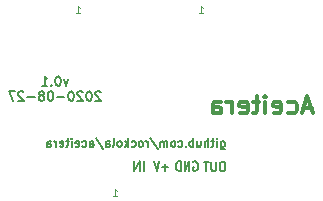
<source format=gbr>
%TF.GenerationSoftware,KiCad,Pcbnew,6.0.0+dfsg1-2*%
%TF.CreationDate,2022-01-11T20:59:38+02:00*%
%TF.ProjectId,aceitera,61636569-7465-4726-912e-6b696361645f,rev?*%
%TF.SameCoordinates,Original*%
%TF.FileFunction,Legend,Bot*%
%TF.FilePolarity,Positive*%
%FSLAX46Y46*%
G04 Gerber Fmt 4.6, Leading zero omitted, Abs format (unit mm)*
G04 Created by KiCad (PCBNEW 6.0.0+dfsg1-2) date 2022-01-11 20:59:38*
%MOMM*%
%LPD*%
G01*
G04 APERTURE LIST*
%ADD10C,0.150000*%
%ADD11C,0.127000*%
%ADD12C,0.300000*%
%ADD13C,0.100000*%
%ADD14R,1.350000X1.350000*%
%ADD15O,1.350000X1.350000*%
%ADD16R,1.600000X1.600000*%
%ADD17C,1.600000*%
%ADD18R,1.800000X1.800000*%
%ADD19C,1.800000*%
G04 APERTURE END LIST*
D10*
X107822857Y-81226571D02*
X107632380Y-81759904D01*
X107441904Y-81226571D01*
X106984761Y-80959904D02*
X106908571Y-80959904D01*
X106832380Y-80998000D01*
X106794285Y-81036095D01*
X106756190Y-81112285D01*
X106718095Y-81264666D01*
X106718095Y-81455142D01*
X106756190Y-81607523D01*
X106794285Y-81683714D01*
X106832380Y-81721809D01*
X106908571Y-81759904D01*
X106984761Y-81759904D01*
X107060952Y-81721809D01*
X107099047Y-81683714D01*
X107137142Y-81607523D01*
X107175238Y-81455142D01*
X107175238Y-81264666D01*
X107137142Y-81112285D01*
X107099047Y-81036095D01*
X107060952Y-80998000D01*
X106984761Y-80959904D01*
X106375238Y-81683714D02*
X106337142Y-81721809D01*
X106375238Y-81759904D01*
X106413333Y-81721809D01*
X106375238Y-81683714D01*
X106375238Y-81759904D01*
X105575238Y-81759904D02*
X106032380Y-81759904D01*
X105803809Y-81759904D02*
X105803809Y-80959904D01*
X105880000Y-81074190D01*
X105956190Y-81150380D01*
X106032380Y-81188476D01*
X110565714Y-82324095D02*
X110527619Y-82286000D01*
X110451428Y-82247904D01*
X110260952Y-82247904D01*
X110184761Y-82286000D01*
X110146666Y-82324095D01*
X110108571Y-82400285D01*
X110108571Y-82476476D01*
X110146666Y-82590761D01*
X110603809Y-83047904D01*
X110108571Y-83047904D01*
X109613333Y-82247904D02*
X109537142Y-82247904D01*
X109460952Y-82286000D01*
X109422857Y-82324095D01*
X109384761Y-82400285D01*
X109346666Y-82552666D01*
X109346666Y-82743142D01*
X109384761Y-82895523D01*
X109422857Y-82971714D01*
X109460952Y-83009809D01*
X109537142Y-83047904D01*
X109613333Y-83047904D01*
X109689523Y-83009809D01*
X109727619Y-82971714D01*
X109765714Y-82895523D01*
X109803809Y-82743142D01*
X109803809Y-82552666D01*
X109765714Y-82400285D01*
X109727619Y-82324095D01*
X109689523Y-82286000D01*
X109613333Y-82247904D01*
X109041904Y-82324095D02*
X109003809Y-82286000D01*
X108927619Y-82247904D01*
X108737142Y-82247904D01*
X108660952Y-82286000D01*
X108622857Y-82324095D01*
X108584761Y-82400285D01*
X108584761Y-82476476D01*
X108622857Y-82590761D01*
X109080000Y-83047904D01*
X108584761Y-83047904D01*
X108089523Y-82247904D02*
X108013333Y-82247904D01*
X107937142Y-82286000D01*
X107899047Y-82324095D01*
X107860952Y-82400285D01*
X107822857Y-82552666D01*
X107822857Y-82743142D01*
X107860952Y-82895523D01*
X107899047Y-82971714D01*
X107937142Y-83009809D01*
X108013333Y-83047904D01*
X108089523Y-83047904D01*
X108165714Y-83009809D01*
X108203809Y-82971714D01*
X108241904Y-82895523D01*
X108280000Y-82743142D01*
X108280000Y-82552666D01*
X108241904Y-82400285D01*
X108203809Y-82324095D01*
X108165714Y-82286000D01*
X108089523Y-82247904D01*
X107480000Y-82743142D02*
X106870476Y-82743142D01*
X106337142Y-82247904D02*
X106260952Y-82247904D01*
X106184761Y-82286000D01*
X106146666Y-82324095D01*
X106108571Y-82400285D01*
X106070476Y-82552666D01*
X106070476Y-82743142D01*
X106108571Y-82895523D01*
X106146666Y-82971714D01*
X106184761Y-83009809D01*
X106260952Y-83047904D01*
X106337142Y-83047904D01*
X106413333Y-83009809D01*
X106451428Y-82971714D01*
X106489523Y-82895523D01*
X106527619Y-82743142D01*
X106527619Y-82552666D01*
X106489523Y-82400285D01*
X106451428Y-82324095D01*
X106413333Y-82286000D01*
X106337142Y-82247904D01*
X105613333Y-82590761D02*
X105689523Y-82552666D01*
X105727619Y-82514571D01*
X105765714Y-82438380D01*
X105765714Y-82400285D01*
X105727619Y-82324095D01*
X105689523Y-82286000D01*
X105613333Y-82247904D01*
X105460952Y-82247904D01*
X105384761Y-82286000D01*
X105346666Y-82324095D01*
X105308571Y-82400285D01*
X105308571Y-82438380D01*
X105346666Y-82514571D01*
X105384761Y-82552666D01*
X105460952Y-82590761D01*
X105613333Y-82590761D01*
X105689523Y-82628857D01*
X105727619Y-82666952D01*
X105765714Y-82743142D01*
X105765714Y-82895523D01*
X105727619Y-82971714D01*
X105689523Y-83009809D01*
X105613333Y-83047904D01*
X105460952Y-83047904D01*
X105384761Y-83009809D01*
X105346666Y-82971714D01*
X105308571Y-82895523D01*
X105308571Y-82743142D01*
X105346666Y-82666952D01*
X105384761Y-82628857D01*
X105460952Y-82590761D01*
X104965714Y-82743142D02*
X104356190Y-82743142D01*
X104013333Y-82324095D02*
X103975238Y-82286000D01*
X103899047Y-82247904D01*
X103708571Y-82247904D01*
X103632380Y-82286000D01*
X103594285Y-82324095D01*
X103556190Y-82400285D01*
X103556190Y-82476476D01*
X103594285Y-82590761D01*
X104051428Y-83047904D01*
X103556190Y-83047904D01*
X103289523Y-82247904D02*
X102756190Y-82247904D01*
X103099047Y-83047904D01*
D11*
X120738000Y-86464000D02*
X120738000Y-87030666D01*
X120771333Y-87097333D01*
X120804666Y-87130666D01*
X120871333Y-87164000D01*
X120971333Y-87164000D01*
X121038000Y-87130666D01*
X120738000Y-86897333D02*
X120804666Y-86930666D01*
X120938000Y-86930666D01*
X121004666Y-86897333D01*
X121038000Y-86864000D01*
X121071333Y-86797333D01*
X121071333Y-86597333D01*
X121038000Y-86530666D01*
X121004666Y-86497333D01*
X120938000Y-86464000D01*
X120804666Y-86464000D01*
X120738000Y-86497333D01*
X120404666Y-86930666D02*
X120404666Y-86464000D01*
X120404666Y-86230666D02*
X120438000Y-86264000D01*
X120404666Y-86297333D01*
X120371333Y-86264000D01*
X120404666Y-86230666D01*
X120404666Y-86297333D01*
X120171333Y-86464000D02*
X119904666Y-86464000D01*
X120071333Y-86230666D02*
X120071333Y-86830666D01*
X120038000Y-86897333D01*
X119971333Y-86930666D01*
X119904666Y-86930666D01*
X119671333Y-86930666D02*
X119671333Y-86230666D01*
X119371333Y-86930666D02*
X119371333Y-86564000D01*
X119404666Y-86497333D01*
X119471333Y-86464000D01*
X119571333Y-86464000D01*
X119638000Y-86497333D01*
X119671333Y-86530666D01*
X118738000Y-86464000D02*
X118738000Y-86930666D01*
X119038000Y-86464000D02*
X119038000Y-86830666D01*
X119004666Y-86897333D01*
X118938000Y-86930666D01*
X118838000Y-86930666D01*
X118771333Y-86897333D01*
X118738000Y-86864000D01*
X118404666Y-86930666D02*
X118404666Y-86230666D01*
X118404666Y-86497333D02*
X118338000Y-86464000D01*
X118204666Y-86464000D01*
X118138000Y-86497333D01*
X118104666Y-86530666D01*
X118071333Y-86597333D01*
X118071333Y-86797333D01*
X118104666Y-86864000D01*
X118138000Y-86897333D01*
X118204666Y-86930666D01*
X118338000Y-86930666D01*
X118404666Y-86897333D01*
X117771333Y-86864000D02*
X117738000Y-86897333D01*
X117771333Y-86930666D01*
X117804666Y-86897333D01*
X117771333Y-86864000D01*
X117771333Y-86930666D01*
X117138000Y-86897333D02*
X117204666Y-86930666D01*
X117338000Y-86930666D01*
X117404666Y-86897333D01*
X117438000Y-86864000D01*
X117471333Y-86797333D01*
X117471333Y-86597333D01*
X117438000Y-86530666D01*
X117404666Y-86497333D01*
X117338000Y-86464000D01*
X117204666Y-86464000D01*
X117138000Y-86497333D01*
X116738000Y-86930666D02*
X116804666Y-86897333D01*
X116838000Y-86864000D01*
X116871333Y-86797333D01*
X116871333Y-86597333D01*
X116838000Y-86530666D01*
X116804666Y-86497333D01*
X116738000Y-86464000D01*
X116638000Y-86464000D01*
X116571333Y-86497333D01*
X116538000Y-86530666D01*
X116504666Y-86597333D01*
X116504666Y-86797333D01*
X116538000Y-86864000D01*
X116571333Y-86897333D01*
X116638000Y-86930666D01*
X116738000Y-86930666D01*
X116204666Y-86930666D02*
X116204666Y-86464000D01*
X116204666Y-86530666D02*
X116171333Y-86497333D01*
X116104666Y-86464000D01*
X116004666Y-86464000D01*
X115938000Y-86497333D01*
X115904666Y-86564000D01*
X115904666Y-86930666D01*
X115904666Y-86564000D02*
X115871333Y-86497333D01*
X115804666Y-86464000D01*
X115704666Y-86464000D01*
X115638000Y-86497333D01*
X115604666Y-86564000D01*
X115604666Y-86930666D01*
X114771333Y-86197333D02*
X115371333Y-87097333D01*
X114538000Y-86930666D02*
X114538000Y-86464000D01*
X114538000Y-86597333D02*
X114504666Y-86530666D01*
X114471333Y-86497333D01*
X114404666Y-86464000D01*
X114338000Y-86464000D01*
X114004666Y-86930666D02*
X114071333Y-86897333D01*
X114104666Y-86864000D01*
X114137999Y-86797333D01*
X114137999Y-86597333D01*
X114104666Y-86530666D01*
X114071333Y-86497333D01*
X114004666Y-86464000D01*
X113904666Y-86464000D01*
X113837999Y-86497333D01*
X113804666Y-86530666D01*
X113771333Y-86597333D01*
X113771333Y-86797333D01*
X113804666Y-86864000D01*
X113837999Y-86897333D01*
X113904666Y-86930666D01*
X114004666Y-86930666D01*
X113171333Y-86897333D02*
X113237999Y-86930666D01*
X113371333Y-86930666D01*
X113437999Y-86897333D01*
X113471333Y-86864000D01*
X113504666Y-86797333D01*
X113504666Y-86597333D01*
X113471333Y-86530666D01*
X113437999Y-86497333D01*
X113371333Y-86464000D01*
X113237999Y-86464000D01*
X113171333Y-86497333D01*
X112871333Y-86930666D02*
X112871333Y-86230666D01*
X112804666Y-86664000D02*
X112604666Y-86930666D01*
X112604666Y-86464000D02*
X112871333Y-86730666D01*
X112204666Y-86930666D02*
X112271333Y-86897333D01*
X112304666Y-86864000D01*
X112337999Y-86797333D01*
X112337999Y-86597333D01*
X112304666Y-86530666D01*
X112271333Y-86497333D01*
X112204666Y-86464000D01*
X112104666Y-86464000D01*
X112037999Y-86497333D01*
X112004666Y-86530666D01*
X111971333Y-86597333D01*
X111971333Y-86797333D01*
X112004666Y-86864000D01*
X112037999Y-86897333D01*
X112104666Y-86930666D01*
X112204666Y-86930666D01*
X111571333Y-86930666D02*
X111637999Y-86897333D01*
X111671333Y-86830666D01*
X111671333Y-86230666D01*
X111004666Y-86930666D02*
X111004666Y-86564000D01*
X111037999Y-86497333D01*
X111104666Y-86464000D01*
X111237999Y-86464000D01*
X111304666Y-86497333D01*
X111004666Y-86897333D02*
X111071333Y-86930666D01*
X111237999Y-86930666D01*
X111304666Y-86897333D01*
X111337999Y-86830666D01*
X111337999Y-86764000D01*
X111304666Y-86697333D01*
X111237999Y-86664000D01*
X111071333Y-86664000D01*
X111004666Y-86630666D01*
X110171333Y-86197333D02*
X110771333Y-87097333D01*
X109637999Y-86930666D02*
X109637999Y-86564000D01*
X109671333Y-86497333D01*
X109737999Y-86464000D01*
X109871333Y-86464000D01*
X109937999Y-86497333D01*
X109637999Y-86897333D02*
X109704666Y-86930666D01*
X109871333Y-86930666D01*
X109937999Y-86897333D01*
X109971333Y-86830666D01*
X109971333Y-86764000D01*
X109937999Y-86697333D01*
X109871333Y-86664000D01*
X109704666Y-86664000D01*
X109637999Y-86630666D01*
X109004666Y-86897333D02*
X109071333Y-86930666D01*
X109204666Y-86930666D01*
X109271333Y-86897333D01*
X109304666Y-86864000D01*
X109337999Y-86797333D01*
X109337999Y-86597333D01*
X109304666Y-86530666D01*
X109271333Y-86497333D01*
X109204666Y-86464000D01*
X109071333Y-86464000D01*
X109004666Y-86497333D01*
X108437999Y-86897333D02*
X108504666Y-86930666D01*
X108637999Y-86930666D01*
X108704666Y-86897333D01*
X108737999Y-86830666D01*
X108737999Y-86564000D01*
X108704666Y-86497333D01*
X108637999Y-86464000D01*
X108504666Y-86464000D01*
X108437999Y-86497333D01*
X108404666Y-86564000D01*
X108404666Y-86630666D01*
X108737999Y-86697333D01*
X108104666Y-86930666D02*
X108104666Y-86464000D01*
X108104666Y-86230666D02*
X108137999Y-86264000D01*
X108104666Y-86297333D01*
X108071333Y-86264000D01*
X108104666Y-86230666D01*
X108104666Y-86297333D01*
X107871333Y-86464000D02*
X107604666Y-86464000D01*
X107771333Y-86230666D02*
X107771333Y-86830666D01*
X107737999Y-86897333D01*
X107671333Y-86930666D01*
X107604666Y-86930666D01*
X107104666Y-86897333D02*
X107171333Y-86930666D01*
X107304666Y-86930666D01*
X107371333Y-86897333D01*
X107404666Y-86830666D01*
X107404666Y-86564000D01*
X107371333Y-86497333D01*
X107304666Y-86464000D01*
X107171333Y-86464000D01*
X107104666Y-86497333D01*
X107071333Y-86564000D01*
X107071333Y-86630666D01*
X107404666Y-86697333D01*
X106771333Y-86930666D02*
X106771333Y-86464000D01*
X106771333Y-86597333D02*
X106737999Y-86530666D01*
X106704666Y-86497333D01*
X106637999Y-86464000D01*
X106571333Y-86464000D01*
X106037999Y-86930666D02*
X106037999Y-86564000D01*
X106071333Y-86497333D01*
X106137999Y-86464000D01*
X106271333Y-86464000D01*
X106337999Y-86497333D01*
X106037999Y-86897333D02*
X106104666Y-86930666D01*
X106271333Y-86930666D01*
X106337999Y-86897333D01*
X106371333Y-86830666D01*
X106371333Y-86764000D01*
X106337999Y-86697333D01*
X106271333Y-86664000D01*
X106104666Y-86664000D01*
X106037999Y-86630666D01*
D12*
X128420285Y-83689000D02*
X127706000Y-83689000D01*
X128563142Y-84117571D02*
X128063142Y-82617571D01*
X127563142Y-84117571D01*
X126420285Y-84046142D02*
X126563142Y-84117571D01*
X126848857Y-84117571D01*
X126991714Y-84046142D01*
X127063142Y-83974714D01*
X127134571Y-83831857D01*
X127134571Y-83403285D01*
X127063142Y-83260428D01*
X126991714Y-83189000D01*
X126848857Y-83117571D01*
X126563142Y-83117571D01*
X126420285Y-83189000D01*
X125206000Y-84046142D02*
X125348857Y-84117571D01*
X125634571Y-84117571D01*
X125777428Y-84046142D01*
X125848857Y-83903285D01*
X125848857Y-83331857D01*
X125777428Y-83189000D01*
X125634571Y-83117571D01*
X125348857Y-83117571D01*
X125206000Y-83189000D01*
X125134571Y-83331857D01*
X125134571Y-83474714D01*
X125848857Y-83617571D01*
X124491714Y-84117571D02*
X124491714Y-83117571D01*
X124491714Y-82617571D02*
X124563142Y-82689000D01*
X124491714Y-82760428D01*
X124420285Y-82689000D01*
X124491714Y-82617571D01*
X124491714Y-82760428D01*
X123991714Y-83117571D02*
X123420285Y-83117571D01*
X123777428Y-82617571D02*
X123777428Y-83903285D01*
X123706000Y-84046142D01*
X123563142Y-84117571D01*
X123420285Y-84117571D01*
X122348857Y-84046142D02*
X122491714Y-84117571D01*
X122777428Y-84117571D01*
X122920285Y-84046142D01*
X122991714Y-83903285D01*
X122991714Y-83331857D01*
X122920285Y-83189000D01*
X122777428Y-83117571D01*
X122491714Y-83117571D01*
X122348857Y-83189000D01*
X122277428Y-83331857D01*
X122277428Y-83474714D01*
X122991714Y-83617571D01*
X121634571Y-84117571D02*
X121634571Y-83117571D01*
X121634571Y-83403285D02*
X121563142Y-83260428D01*
X121491714Y-83189000D01*
X121348857Y-83117571D01*
X121206000Y-83117571D01*
X120063142Y-84117571D02*
X120063142Y-83331857D01*
X120134571Y-83189000D01*
X120277428Y-83117571D01*
X120563142Y-83117571D01*
X120706000Y-83189000D01*
X120063142Y-84046142D02*
X120206000Y-84117571D01*
X120563142Y-84117571D01*
X120706000Y-84046142D01*
X120777428Y-83903285D01*
X120777428Y-83760428D01*
X120706000Y-83617571D01*
X120563142Y-83546142D01*
X120206000Y-83546142D01*
X120063142Y-83474714D01*
D13*
%TO.C,RV1*%
X111588571Y-91076428D02*
X111931428Y-91076428D01*
X111760000Y-91076428D02*
X111760000Y-90476428D01*
X111817142Y-90562142D01*
X111874285Y-90619285D01*
X111931428Y-90647857D01*
D11*
%TO.C,J1*%
X114236447Y-88982504D02*
X114236447Y-88182504D01*
X113855495Y-88982504D02*
X113855495Y-88182504D01*
X113398352Y-88982504D01*
X113398352Y-88182504D01*
X120918200Y-88207904D02*
X120784866Y-88207904D01*
X120718200Y-88246000D01*
X120651533Y-88322190D01*
X120618200Y-88474571D01*
X120618200Y-88741238D01*
X120651533Y-88893619D01*
X120718200Y-88969809D01*
X120784866Y-89007904D01*
X120918200Y-89007904D01*
X120984866Y-88969809D01*
X121051533Y-88893619D01*
X121084866Y-88741238D01*
X121084866Y-88474571D01*
X121051533Y-88322190D01*
X120984866Y-88246000D01*
X120918200Y-88207904D01*
X120318200Y-88207904D02*
X120318200Y-88855523D01*
X120284866Y-88931714D01*
X120251533Y-88969809D01*
X120184866Y-89007904D01*
X120051533Y-89007904D01*
X119984866Y-88969809D01*
X119951533Y-88931714D01*
X119918200Y-88855523D01*
X119918200Y-88207904D01*
X119684866Y-88207904D02*
X119284866Y-88207904D01*
X119484866Y-89007904D02*
X119484866Y-88207904D01*
X116289066Y-88677742D02*
X115755733Y-88677742D01*
X116022400Y-88982504D02*
X116022400Y-88372980D01*
X115522400Y-88182504D02*
X115289066Y-88982504D01*
X115055733Y-88182504D01*
X118389333Y-88220600D02*
X118456000Y-88182504D01*
X118556000Y-88182504D01*
X118656000Y-88220600D01*
X118722666Y-88296790D01*
X118756000Y-88372980D01*
X118789333Y-88525361D01*
X118789333Y-88639647D01*
X118756000Y-88792028D01*
X118722666Y-88868219D01*
X118656000Y-88944409D01*
X118556000Y-88982504D01*
X118489333Y-88982504D01*
X118389333Y-88944409D01*
X118356000Y-88906314D01*
X118356000Y-88639647D01*
X118489333Y-88639647D01*
X118056000Y-88982504D02*
X118056000Y-88182504D01*
X117656000Y-88982504D01*
X117656000Y-88182504D01*
X117322666Y-88982504D02*
X117322666Y-88182504D01*
X117156000Y-88182504D01*
X117056000Y-88220600D01*
X116989333Y-88296790D01*
X116956000Y-88372980D01*
X116922666Y-88525361D01*
X116922666Y-88639647D01*
X116956000Y-88792028D01*
X116989333Y-88868219D01*
X117056000Y-88944409D01*
X117156000Y-88982504D01*
X117322666Y-88982504D01*
D13*
%TO.C,SW2*%
X108438971Y-75582428D02*
X108781828Y-75582428D01*
X108610400Y-75582428D02*
X108610400Y-74982428D01*
X108667542Y-75068142D01*
X108724685Y-75125285D01*
X108781828Y-75153857D01*
%TO.C,SW1*%
X118852971Y-75582428D02*
X119195828Y-75582428D01*
X119024400Y-75582428D02*
X119024400Y-74982428D01*
X119081542Y-75068142D01*
X119138685Y-75125285D01*
X119195828Y-75153857D01*
%TD*%
%LPC*%
D14*
%TO.C,RV1*%
X110744000Y-90043000D03*
D15*
X108744000Y-90043000D03*
X106744000Y-90043000D03*
%TD*%
D14*
%TO.C,J1*%
X113919000Y-90043000D03*
D15*
X115919000Y-90043000D03*
X117919000Y-90043000D03*
X119919000Y-90043000D03*
%TD*%
D16*
%TO.C,C4*%
X126873000Y-87249000D03*
D17*
X126873000Y-89749000D03*
%TD*%
D16*
%TO.C,C6*%
X104140000Y-87249000D03*
D17*
X104140000Y-84749000D03*
%TD*%
D16*
%TO.C,C2*%
X129794000Y-84836000D03*
D17*
X129794000Y-82336000D03*
%TD*%
D14*
%TO.C,SW2*%
X109728000Y-76073000D03*
D15*
X111728000Y-76073000D03*
X113728000Y-76073000D03*
%TD*%
D18*
%TO.C,D2*%
X114300000Y-78867000D03*
D19*
X114300000Y-81407000D03*
%TD*%
D18*
%TO.C,D1*%
X119634000Y-78867000D03*
D19*
X119634000Y-81407000D03*
%TD*%
D14*
%TO.C,SW1*%
X120142000Y-76073000D03*
D15*
X122142000Y-76073000D03*
X124142000Y-76073000D03*
%TD*%
M02*

</source>
